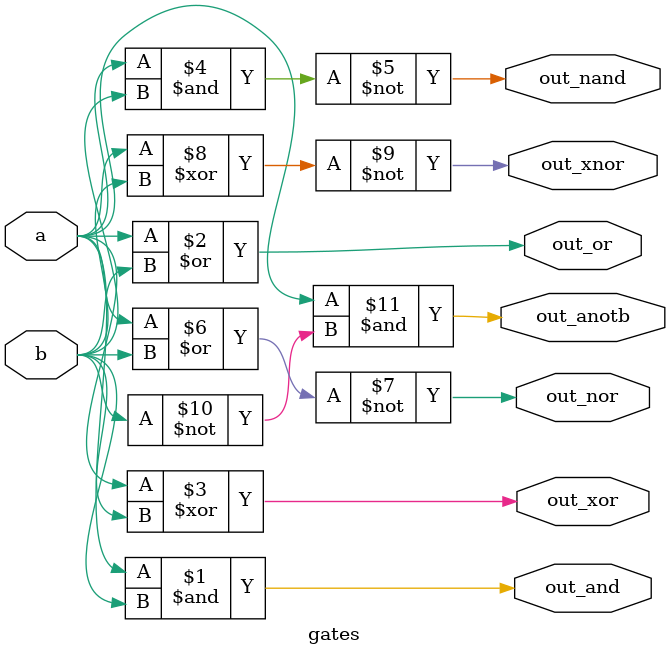
<source format=v>
module gates(
	input a, b,
	output out_and,
	output out_or,
   output out_xor,
   output out_nand,
   output out_nor,
   output out_xnor,
   output out_anotb
);
	// implement several two input gates
	assign out_and = a & b;
   assign out_or = a | b;
   assign out_xor = a ^ b;
   assign out_nand = ~(a & b);
   assign out_nor = ~(a | b);
   assign out_xnor = ~(a ^ b);
   assign out_anotb = a & ~b;

endmodule

</source>
